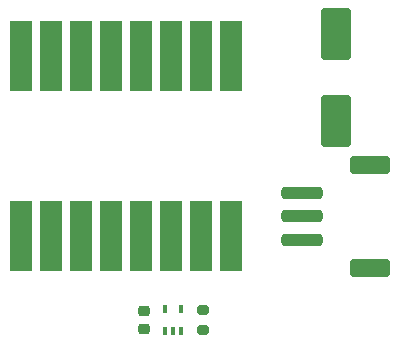
<source format=gtp>
%TF.GenerationSoftware,KiCad,Pcbnew,8.0.4*%
%TF.CreationDate,2024-08-07T00:27:04-04:00*%
%TF.ProjectId,esp32c3-wled,65737033-3263-4332-9d77-6c65642e6b69,rev?*%
%TF.SameCoordinates,Original*%
%TF.FileFunction,Paste,Top*%
%TF.FilePolarity,Positive*%
%FSLAX46Y46*%
G04 Gerber Fmt 4.6, Leading zero omitted, Abs format (unit mm)*
G04 Created by KiCad (PCBNEW 8.0.4) date 2024-08-07 00:27:04*
%MOMM*%
%LPD*%
G01*
G04 APERTURE LIST*
G04 Aperture macros list*
%AMRoundRect*
0 Rectangle with rounded corners*
0 $1 Rounding radius*
0 $2 $3 $4 $5 $6 $7 $8 $9 X,Y pos of 4 corners*
0 Add a 4 corners polygon primitive as box body*
4,1,4,$2,$3,$4,$5,$6,$7,$8,$9,$2,$3,0*
0 Add four circle primitives for the rounded corners*
1,1,$1+$1,$2,$3*
1,1,$1+$1,$4,$5*
1,1,$1+$1,$6,$7*
1,1,$1+$1,$8,$9*
0 Add four rect primitives between the rounded corners*
20,1,$1+$1,$2,$3,$4,$5,0*
20,1,$1+$1,$4,$5,$6,$7,0*
20,1,$1+$1,$6,$7,$8,$9,0*
20,1,$1+$1,$8,$9,$2,$3,0*%
G04 Aperture macros list end*
%ADD10R,1.905000X6.000000*%
%ADD11RoundRect,0.225000X-0.250000X0.225000X-0.250000X-0.225000X0.250000X-0.225000X0.250000X0.225000X0*%
%ADD12RoundRect,0.100000X0.100000X-0.225000X0.100000X0.225000X-0.100000X0.225000X-0.100000X-0.225000X0*%
%ADD13RoundRect,0.250000X1.500000X-0.250000X1.500000X0.250000X-1.500000X0.250000X-1.500000X-0.250000X0*%
%ADD14RoundRect,0.250001X1.449999X-0.499999X1.449999X0.499999X-1.449999X0.499999X-1.449999X-0.499999X0*%
%ADD15RoundRect,0.200000X0.275000X-0.200000X0.275000X0.200000X-0.275000X0.200000X-0.275000X-0.200000X0*%
%ADD16RoundRect,0.250000X1.000000X-1.950000X1.000000X1.950000X-1.000000X1.950000X-1.000000X-1.950000X0*%
G04 APERTURE END LIST*
D10*
%TO.C,U1*%
X177380000Y-92380000D03*
X174840000Y-92380000D03*
X172300000Y-92380000D03*
X169760000Y-92380000D03*
X164680000Y-92380000D03*
X167220000Y-92380000D03*
X159600000Y-107620000D03*
X159600000Y-92380000D03*
X162140000Y-107620000D03*
X164680000Y-107620000D03*
X167220000Y-107620000D03*
X169760000Y-107620000D03*
X172300000Y-107620000D03*
X174840000Y-107620000D03*
X177380000Y-107620000D03*
X162140000Y-92380000D03*
%TD*%
D11*
%TO.C,C1*%
X170000000Y-113975000D03*
X170000000Y-115525000D03*
%TD*%
D12*
%TO.C,U2*%
X171850000Y-115700000D03*
X172500000Y-115700000D03*
X173150000Y-115700000D03*
X173150000Y-113800000D03*
X171850000Y-113800000D03*
%TD*%
D13*
%TO.C,J1*%
X183400000Y-108000000D03*
X183400000Y-106000000D03*
X183400000Y-104000000D03*
D14*
X189150000Y-110350000D03*
X189150000Y-101650000D03*
%TD*%
D15*
%TO.C,R1*%
X175000000Y-115575000D03*
X175000000Y-113925000D03*
%TD*%
D16*
%TO.C,C2*%
X186250000Y-97950000D03*
X186250000Y-90550000D03*
%TD*%
M02*

</source>
